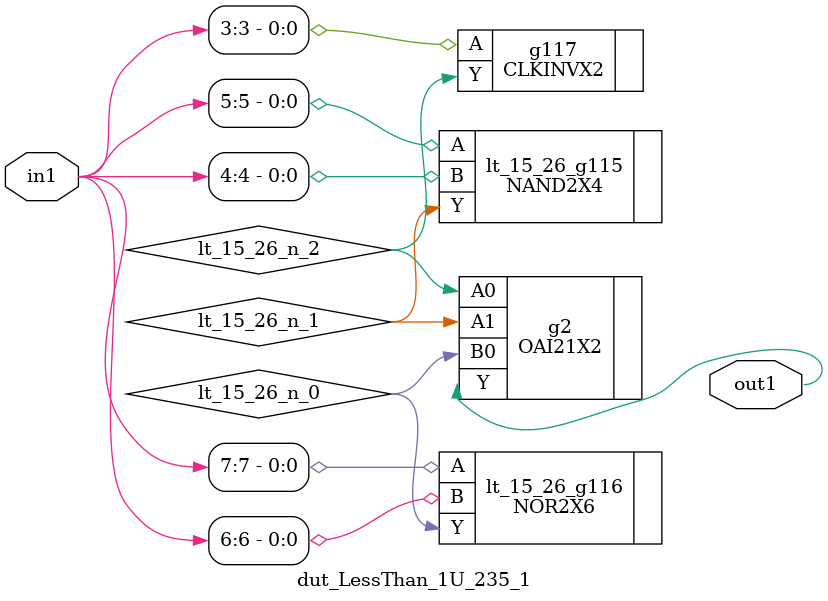
<source format=v>
`timescale 1ps / 1ps


module dut_LessThan_1U_235_1(in1, out1);
  input [7:0] in1;
  output out1;
  wire [7:0] in1;
  wire out1;
  wire lt_15_26_n_0, lt_15_26_n_1, lt_15_26_n_2;
  NAND2X4 lt_15_26_g115(.A (in1[5]), .B (in1[4]), .Y (lt_15_26_n_1));
  NOR2X6 lt_15_26_g116(.A (in1[7]), .B (in1[6]), .Y (lt_15_26_n_0));
  CLKINVX2 g117(.A (in1[3]), .Y (lt_15_26_n_2));
  OAI21X2 g2(.A0 (lt_15_26_n_2), .A1 (lt_15_26_n_1), .B0
       (lt_15_26_n_0), .Y (out1));
endmodule



</source>
